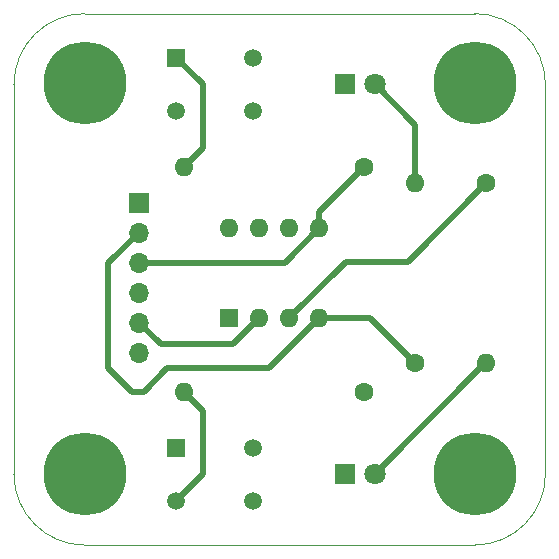
<source format=gbr>
%TF.GenerationSoftware,KiCad,Pcbnew,(6.0.6)*%
%TF.CreationDate,2023-02-06T16:24:35-08:00*%
%TF.ProjectId,PIC10F200 PCB,50494331-3046-4323-9030-205043422e6b,rev?*%
%TF.SameCoordinates,Original*%
%TF.FileFunction,Copper,L1,Top*%
%TF.FilePolarity,Positive*%
%FSLAX46Y46*%
G04 Gerber Fmt 4.6, Leading zero omitted, Abs format (unit mm)*
G04 Created by KiCad (PCBNEW (6.0.6)) date 2023-02-06 16:24:35*
%MOMM*%
%LPD*%
G01*
G04 APERTURE LIST*
%TA.AperFunction,Profile*%
%ADD10C,0.100000*%
%TD*%
%TA.AperFunction,ComponentPad*%
%ADD11R,1.498000X1.498000*%
%TD*%
%TA.AperFunction,ComponentPad*%
%ADD12C,1.498000*%
%TD*%
%TA.AperFunction,ComponentPad*%
%ADD13C,0.800000*%
%TD*%
%TA.AperFunction,ComponentPad*%
%ADD14C,7.000000*%
%TD*%
%TA.AperFunction,ComponentPad*%
%ADD15R,1.600000X1.600000*%
%TD*%
%TA.AperFunction,ComponentPad*%
%ADD16O,1.600000X1.600000*%
%TD*%
%TA.AperFunction,ComponentPad*%
%ADD17C,1.600000*%
%TD*%
%TA.AperFunction,ComponentPad*%
%ADD18R,1.800000X1.800000*%
%TD*%
%TA.AperFunction,ComponentPad*%
%ADD19C,1.800000*%
%TD*%
%TA.AperFunction,ComponentPad*%
%ADD20R,1.700000X1.700000*%
%TD*%
%TA.AperFunction,ComponentPad*%
%ADD21O,1.700000X1.700000*%
%TD*%
%TA.AperFunction,Conductor*%
%ADD22C,0.500000*%
%TD*%
G04 APERTURE END LIST*
D10*
X111000000Y-111000000D02*
G75*
G03*
X117000000Y-117000000I6000000J0D01*
G01*
X156000000Y-78000000D02*
G75*
G03*
X150000000Y-72000000I-6000000J0D01*
G01*
X150000000Y-117000000D02*
X117000000Y-117000000D01*
X150000000Y-117000000D02*
G75*
G03*
X156000000Y-111000000I0J6000000D01*
G01*
X117000000Y-72000000D02*
G75*
G03*
X111000000Y-78000000I0J-6000000D01*
G01*
X117000000Y-72000000D02*
X150000000Y-72000000D01*
X111000000Y-111000000D02*
X111000000Y-78000000D01*
X156000000Y-78000000D02*
X156000000Y-111000000D01*
D11*
%TO.P,SW1,1,A*%
%TO.N,Net-(R3-Pad2)*%
X124750000Y-75750000D03*
D12*
%TO.P,SW1,2,B*%
%TO.N,VSS*%
X131250000Y-75750000D03*
%TO.P,SW1,3*%
%TO.N,N/C*%
X124750000Y-80250000D03*
%TO.P,SW1,4*%
X131250000Y-80250000D03*
%TD*%
D13*
%TO.P,H3,1,1*%
%TO.N,VSS*%
X118856155Y-112856155D03*
D14*
X117000000Y-111000000D03*
D13*
X118856155Y-109143845D03*
X114375000Y-111000000D03*
X115143845Y-112856155D03*
X119625000Y-111000000D03*
X115143845Y-109143845D03*
X117000000Y-108375000D03*
X117000000Y-113625000D03*
%TD*%
D11*
%TO.P,SW2,1*%
%TO.N,N/C*%
X124750000Y-108750000D03*
D12*
%TO.P,SW2,2*%
X131250000Y-108750000D03*
%TO.P,SW2,3,A*%
%TO.N,Net-(R4-Pad2)*%
X124750000Y-113250000D03*
%TO.P,SW2,4,B*%
%TO.N,VSS*%
X131250000Y-113250000D03*
%TD*%
D15*
%TO.P,U1,1*%
%TO.N,N/C*%
X129200000Y-97800000D03*
D16*
%TO.P,U1,2,VDD*%
%TO.N,VDD*%
X131740000Y-97800000D03*
%TO.P,U1,3,GP2*%
%TO.N,GP2*%
X134280000Y-97800000D03*
%TO.P,U1,4,GP1*%
%TO.N,GP1*%
X136820000Y-97800000D03*
%TO.P,U1,5,GP0*%
%TO.N,GP0*%
X136820000Y-90180000D03*
%TO.P,U1,6*%
%TO.N,N/C*%
X134280000Y-90180000D03*
%TO.P,U1,7,VSS*%
%TO.N,VSS*%
X131740000Y-90180000D03*
%TO.P,U1,8,GP3*%
%TO.N,GP3*%
X129200000Y-90180000D03*
%TD*%
D17*
%TO.P,R1,1*%
%TO.N,GP1*%
X145000000Y-101620000D03*
D16*
%TO.P,R1,2*%
%TO.N,Net-(D1-Pad2)*%
X145000000Y-86380000D03*
%TD*%
D17*
%TO.P,R4,1*%
%TO.N,GP3*%
X140620000Y-104000000D03*
D16*
%TO.P,R4,2*%
%TO.N,Net-(R4-Pad2)*%
X125380000Y-104000000D03*
%TD*%
D13*
%TO.P,H1,1,1*%
%TO.N,VSS*%
X117000000Y-80525000D03*
D14*
X117000000Y-77900000D03*
D13*
X114375000Y-77900000D03*
X118856155Y-76043845D03*
X119625000Y-77900000D03*
X115143845Y-76043845D03*
X118856155Y-79756155D03*
X115143845Y-79756155D03*
X117000000Y-75275000D03*
%TD*%
D17*
%TO.P,R3,1*%
%TO.N,GP0*%
X140620000Y-85000000D03*
D16*
%TO.P,R3,2*%
%TO.N,Net-(R3-Pad2)*%
X125380000Y-85000000D03*
%TD*%
D18*
%TO.P,D1,1,K*%
%TO.N,VSS*%
X139000000Y-78000000D03*
D19*
%TO.P,D1,2,A*%
%TO.N,Net-(D1-Pad2)*%
X141540000Y-78000000D03*
%TD*%
D20*
%TO.P,J1,1,Pin_1*%
%TO.N,unconnected-(J1-Pad1)*%
X121600000Y-88000000D03*
D21*
%TO.P,J1,2,Pin_2*%
%TO.N,GP1*%
X121600000Y-90540000D03*
%TO.P,J1,3,Pin_3*%
%TO.N,GP0*%
X121600000Y-93080000D03*
%TO.P,J1,4,Pin_4*%
%TO.N,VSS*%
X121600000Y-95620000D03*
%TO.P,J1,5,Pin_5*%
%TO.N,VDD*%
X121600000Y-98160000D03*
%TO.P,J1,6,Pin_6*%
%TO.N,GP3*%
X121600000Y-100700000D03*
%TD*%
D13*
%TO.P,H4,1,1*%
%TO.N,VSS*%
X148143845Y-109143845D03*
X152625000Y-111000000D03*
X150000000Y-113625000D03*
X151856155Y-109143845D03*
X148143845Y-112856155D03*
X147375000Y-111000000D03*
X151856155Y-112856155D03*
D14*
X150000000Y-111000000D03*
D13*
X150000000Y-108375000D03*
%TD*%
%TO.P,H2,1,1*%
%TO.N,VSS*%
X151856155Y-79756155D03*
X150000000Y-80525000D03*
X147375000Y-77900000D03*
X148143845Y-79756155D03*
X152625000Y-77900000D03*
X148143845Y-76043845D03*
D14*
X150000000Y-77900000D03*
D13*
X150000000Y-75275000D03*
X151856155Y-76043845D03*
%TD*%
D18*
%TO.P,D2,1,K*%
%TO.N,VSS*%
X139000000Y-111000000D03*
D19*
%TO.P,D2,2,A*%
%TO.N,Net-(D2-Pad2)*%
X141540000Y-111000000D03*
%TD*%
D17*
%TO.P,R2,1*%
%TO.N,GP2*%
X151000000Y-86380000D03*
D16*
%TO.P,R2,2*%
%TO.N,Net-(D2-Pad2)*%
X151000000Y-101620000D03*
%TD*%
D22*
%TO.N,Net-(D1-Pad2)*%
X145000000Y-86380000D02*
X145000000Y-81460000D01*
X145000000Y-81460000D02*
X141540000Y-78000000D01*
%TO.N,Net-(D2-Pad2)*%
X150920000Y-101620000D02*
X151000000Y-101620000D01*
X141540000Y-111000000D02*
X150920000Y-101620000D01*
%TO.N,GP1*%
X121000000Y-104000000D02*
X122000000Y-104000000D01*
X132620000Y-102000000D02*
X136820000Y-97800000D01*
X119000000Y-93140000D02*
X119000000Y-102000000D01*
X119000000Y-102000000D02*
X121000000Y-104000000D01*
X121600000Y-90540000D02*
X119000000Y-93140000D01*
X136820000Y-97800000D02*
X141180000Y-97800000D01*
X141180000Y-97800000D02*
X145000000Y-101620000D01*
X124000000Y-102000000D02*
X132620000Y-102000000D01*
X122000000Y-104000000D02*
X124000000Y-102000000D01*
%TO.N,GP0*%
X121600000Y-93080000D02*
X133920000Y-93080000D01*
X136820000Y-90180000D02*
X136820000Y-88800000D01*
X136820000Y-88800000D02*
X140620000Y-85000000D01*
X133920000Y-93080000D02*
X136820000Y-90180000D01*
%TO.N,VDD*%
X129540000Y-100000000D02*
X123440000Y-100000000D01*
X123440000Y-100000000D02*
X121600000Y-98160000D01*
X131740000Y-97800000D02*
X129540000Y-100000000D01*
%TO.N,GP2*%
X139080000Y-93000000D02*
X144380000Y-93000000D01*
X144380000Y-93000000D02*
X151000000Y-86380000D01*
X134280000Y-97800000D02*
X139080000Y-93000000D01*
%TO.N,Net-(R3-Pad2)*%
X127000000Y-78000000D02*
X127000000Y-83380000D01*
X127000000Y-83380000D02*
X125380000Y-85000000D01*
X124750000Y-75750000D02*
X127000000Y-78000000D01*
%TO.N,Net-(R4-Pad2)*%
X127000000Y-105620000D02*
X127000000Y-111000000D01*
X127000000Y-111000000D02*
X124750000Y-113250000D01*
X125380000Y-104000000D02*
X127000000Y-105620000D01*
%TD*%
M02*

</source>
